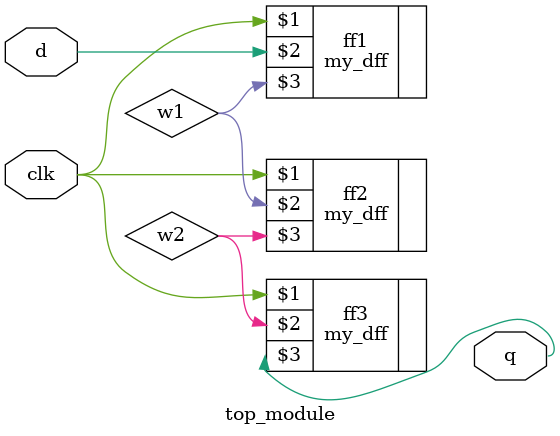
<source format=v>
module top_module ( input clk, input d, output q );
    wire w1;
    wire w2;
    my_dff ff1(clk,d,w1);
    my_dff ff2(clk,w1,w2);
    my_dff ff3(clk,w2,q);
endmodule

</source>
